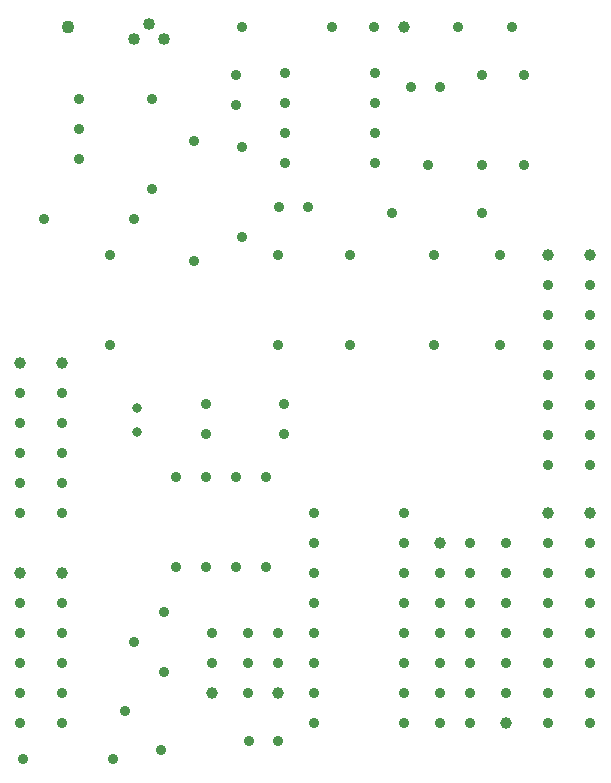
<source format=gbr>
G04 Generated by Ultiboard 11.0 *
%FSLAX25Y25*%
%MOIN*%

%ADD10C,0.03500*%
%ADD11C,0.03917*%
%ADD12C,0.04000*%
%ADD13C,0.04333*%
%ADD14C,0.03543*%
%ADD15C,0.03150*%


G04 ColorRGB 000000 for the following layer *
%LNDrill-Copper Top-Copper Bottom*%
%LPD*%
%FSLAX25Y25*%
%MOIN*%
G54D10*
X84000Y252000D03*
X114000Y252000D03*
X128000Y252000D03*
X156000Y252000D03*
X174000Y252000D03*
X128333Y206766D03*
X128333Y216766D03*
X128333Y236766D03*
X128333Y226766D03*
X98333Y206766D03*
X98333Y216766D03*
X98333Y236766D03*
X98333Y226766D03*
X108000Y60000D03*
X108000Y30000D03*
X108000Y20000D03*
X108000Y50000D03*
X108000Y40000D03*
X108000Y80000D03*
X108000Y70000D03*
X108000Y90000D03*
X138000Y60000D03*
X138000Y30000D03*
X138000Y20000D03*
X138000Y50000D03*
X138000Y40000D03*
X138000Y80000D03*
X138000Y70000D03*
X138000Y90000D03*
X24000Y130000D03*
X24000Y90000D03*
X24000Y110000D03*
X24000Y100000D03*
X24000Y120000D03*
X10000Y130000D03*
X10000Y90000D03*
X10000Y110000D03*
X10000Y100000D03*
X10000Y120000D03*
X62000Y72000D03*
X62000Y102000D03*
X92000Y72000D03*
X92000Y102000D03*
X82000Y72000D03*
X72000Y72000D03*
X82000Y102000D03*
X72000Y102000D03*
X57000Y11000D03*
X48000Y47000D03*
X58000Y37000D03*
X58000Y57000D03*
X10000Y60000D03*
X10000Y30000D03*
X10000Y20000D03*
X10000Y50000D03*
X10000Y40000D03*
X24000Y60000D03*
X24000Y30000D03*
X24000Y20000D03*
X24000Y50000D03*
X24000Y40000D03*
X11000Y8000D03*
X41000Y8000D03*
X45000Y24000D03*
X96000Y50000D03*
X96000Y40000D03*
X86000Y30000D03*
X86000Y50000D03*
X86000Y40000D03*
X74000Y50000D03*
X74000Y40000D03*
X48000Y188000D03*
X18000Y188000D03*
X40000Y146000D03*
X40000Y176000D03*
X29400Y218000D03*
X29400Y208000D03*
X29400Y228000D03*
X54000Y198000D03*
X54000Y228000D03*
X84000Y182000D03*
X84000Y212000D03*
X96000Y146000D03*
X96000Y176000D03*
X120000Y146000D03*
X120000Y176000D03*
X186006Y125909D03*
X186006Y115909D03*
X186006Y105909D03*
X186006Y135909D03*
X186006Y155909D03*
X186006Y145909D03*
X186006Y165909D03*
X200006Y125909D03*
X200006Y105909D03*
X200006Y115909D03*
X200006Y155909D03*
X200006Y135909D03*
X200006Y145909D03*
X200006Y165909D03*
X186006Y70000D03*
X186006Y20000D03*
X186006Y30000D03*
X186006Y50000D03*
X186006Y40000D03*
X186006Y60000D03*
X186006Y80000D03*
X172000Y60000D03*
X172000Y30000D03*
X172000Y50000D03*
X172000Y40000D03*
X172000Y80000D03*
X172000Y70000D03*
X160000Y60000D03*
X150000Y60000D03*
X160000Y30000D03*
X160000Y20000D03*
X160000Y50000D03*
X160000Y40000D03*
X150000Y30000D03*
X150000Y20000D03*
X150000Y50000D03*
X150000Y40000D03*
X160000Y80000D03*
X160000Y70000D03*
X150000Y70000D03*
X200000Y60000D03*
X200000Y30000D03*
X200000Y20000D03*
X200000Y50000D03*
X200000Y40000D03*
X200000Y80000D03*
X200000Y70000D03*
X134000Y190000D03*
X164000Y190000D03*
X148000Y146000D03*
X148000Y176000D03*
X170000Y146000D03*
X170000Y176000D03*
X164000Y206000D03*
X164000Y236000D03*
X146000Y206000D03*
X178000Y206000D03*
X178000Y236000D03*
G54D11*
X138000Y252000D03*
X24000Y140000D03*
X10000Y140000D03*
X10000Y70000D03*
X24000Y70000D03*
X96000Y30000D03*
X74000Y30000D03*
X186006Y175909D03*
X200006Y175909D03*
X186006Y90000D03*
X172000Y20000D03*
X150000Y80000D03*
X200000Y90000D03*
G54D12*
X53000Y253000D03*
X48000Y248000D03*
X58000Y248000D03*
G54D13*
X26000Y252000D03*
G54D14*
X72000Y126285D03*
X72000Y116443D03*
X98000Y126285D03*
X98000Y116443D03*
X96000Y14000D03*
X86157Y14000D03*
X68000Y174000D03*
X68000Y214000D03*
X96157Y192000D03*
X106000Y192000D03*
X82000Y236000D03*
X82000Y226157D03*
X140157Y232000D03*
X150000Y232000D03*
G54D15*
X49000Y125000D03*
X49000Y117126D03*

M00*

</source>
